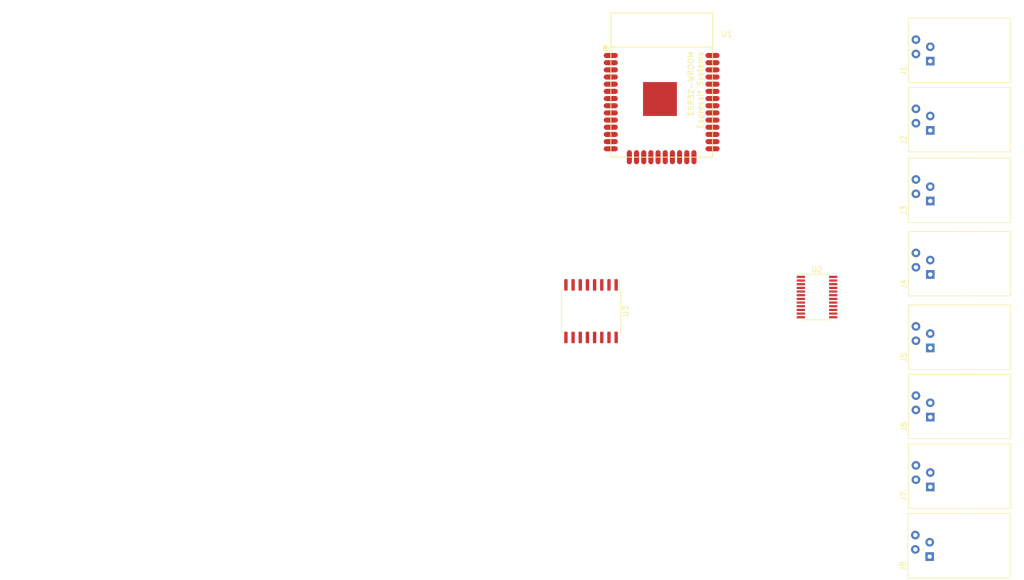
<source format=kicad_pcb>
(kicad_pcb (version 20171130) (host pcbnew 5.1.10)
  (layers (0 F.Cu signal) (31 B.Cu signal) (34 B.Paste user) (35 F.Paste user) (36 B.SilkS user) (37 F.SilkS user) (38 B.Mask user) (39 F.Mask user) (44 Edge.Cuts user))
  (net 0 "")
  (module 00_lib_fp:ESP32-WROOM (layer F.Cu) (at 215 62.5 180)
    (fp_text reference U1 (at -11.557 9.017) (layer F.SilkS))
    (fp_text value ESP32-WROOM)
    (fp_circle (center 9.906 6.604) (end 10.033 6.858) (layer F.SilkS) (width 0.5))
    (fp_line (start -9 6.75) (end 9 6.75) (layer F.SilkS) (width 0.15))
    (fp_line (start 9 12.75) (end 9 -12.75) (layer F.SilkS) (width 0.15))
    (fp_line (start -9 12.75) (end -9 -12.75) (layer F.SilkS) (width 0.15))
    (fp_line (start -9 -12.75) (end 9 -12.75) (layer F.SilkS) (width 0.15))
    (fp_line (start -9 12.75) (end 9 12.75) (layer F.SilkS) (width 0.15))
    (fp_text user "Espressif Systems" (at -6.858 -0.889 90) (layer F.SilkS))
    (fp_text user ESP32-WROOM (at -5.207 0.254 90) (layer F.SilkS))
    (pad 38 smd oval (at -9 5.25 180) (size 2.5 0.9) (layers F.Cu F.Paste F.Mask))
    (pad 37 smd oval (at -9 3.98 180) (size 2.5 0.9) (layers F.Cu F.Paste F.Mask))
    (pad 36 smd oval (at -9 2.71 180) (size 2.5 0.9) (layers F.Cu F.Paste F.Mask))
    (pad 35 smd oval (at -9 1.44 180) (size 2.5 0.9) (layers F.Cu F.Paste F.Mask))
    (pad 34 smd oval (at -9 0.17 180) (size 2.5 0.9) (layers F.Cu F.Paste F.Mask))
    (pad 33 smd oval (at -9 -1.1 180) (size 2.5 0.9) (layers F.Cu F.Paste F.Mask))
    (pad 32 smd oval (at -9 -2.37 180) (size 2.5 0.9) (layers F.Cu F.Paste F.Mask))
    (pad 31 smd oval (at -9 -3.64 180) (size 2.5 0.9) (layers F.Cu F.Paste F.Mask))
    (pad 30 smd oval (at -9 -4.91 180) (size 2.5 0.9) (layers F.Cu F.Paste F.Mask))
    (pad 29 smd oval (at -9 -6.18 180) (size 2.5 0.9) (layers F.Cu F.Paste F.Mask))
    (pad 28 smd oval (at -9 -7.45 180) (size 2.5 0.9) (layers F.Cu F.Paste F.Mask))
    (pad 27 smd oval (at -9 -8.72 180) (size 2.5 0.9) (layers F.Cu F.Paste F.Mask))
    (pad 26 smd oval (at -9 -9.99 180) (size 2.5 0.9) (layers F.Cu F.Paste F.Mask))
    (pad 25 smd oval (at -9 -11.26 180) (size 2.5 0.9) (layers F.Cu F.Paste F.Mask))
    (pad 24 smd oval (at -5.715 -12.75 180) (size 0.9 2.5) (layers F.Cu F.Paste F.Mask))
    (pad 23 smd oval (at -4.445 -12.75 180) (size 0.9 2.5) (layers F.Cu F.Paste F.Mask))
    (pad 22 smd oval (at -3.175 -12.75 180) (size 0.9 2.5) (layers F.Cu F.Paste F.Mask))
    (pad 21 smd oval (at -1.905 -12.75 180) (size 0.9 2.5) (layers F.Cu F.Paste F.Mask))
    (pad 20 smd oval (at -0.635 -12.75 180) (size 0.9 2.5) (layers F.Cu F.Paste F.Mask))
    (pad 19 smd oval (at 0.635 -12.75 180) (size 0.9 2.5) (layers F.Cu F.Paste F.Mask))
    (pad 18 smd oval (at 1.905 -12.75 180) (size 0.9 2.5) (layers F.Cu F.Paste F.Mask))
    (pad 17 smd oval (at 3.175 -12.75 180) (size 0.9 2.5) (layers F.Cu F.Paste F.Mask))
    (pad 16 smd oval (at 4.445 -12.75 180) (size 0.9 2.5) (layers F.Cu F.Paste F.Mask))
    (pad 15 smd oval (at 5.715 -12.75 180) (size 0.9 2.5) (layers F.Cu F.Paste F.Mask))
    (pad 14 smd oval (at 9 -11.26 180) (size 2.5 0.9) (layers F.Cu F.Paste F.Mask))
    (pad 13 smd oval (at 9 -9.99 180) (size 2.5 0.9) (layers F.Cu F.Paste F.Mask))
    (pad 12 smd oval (at 9 -8.72 180) (size 2.5 0.9) (layers F.Cu F.Paste F.Mask))
    (pad 11 smd oval (at 9 -7.45 180) (size 2.5 0.9) (layers F.Cu F.Paste F.Mask))
    (pad 10 smd oval (at 9 -6.18 180) (size 2.5 0.9) (layers F.Cu F.Paste F.Mask))
    (pad 9 smd oval (at 9 -4.91 180) (size 2.5 0.9) (layers F.Cu F.Paste F.Mask))
    (pad 8 smd oval (at 9 -3.64 180) (size 2.5 0.9) (layers F.Cu F.Paste F.Mask))
    (pad 7 smd oval (at 9 -2.37 180) (size 2.5 0.9) (layers F.Cu F.Paste F.Mask))
    (pad 6 smd oval (at 9 -1.1 180) (size 2.5 0.9) (layers F.Cu F.Paste F.Mask))
    (pad 5 smd oval (at 9 0.17 180) (size 2.5 0.9) (layers F.Cu F.Paste F.Mask))
    (pad 4 smd oval (at 9 1.44 180) (size 2.5 0.9) (layers F.Cu F.Paste F.Mask))
    (pad 3 smd oval (at 9 2.71 180) (size 2.5 0.9) (layers F.Cu F.Paste F.Mask))
    (pad 2 smd oval (at 9 3.98 180) (size 2.5 0.9) (layers F.Cu F.Paste F.Mask))
    (pad 1 smd oval (at 9 5.25 180) (size 2.5 0.9) (layers F.Cu F.Paste F.Mask))
    (pad 39 smd rect (at 0.3 -2.45 180) (size 6 6) (layers F.Cu F.Paste F.Mask))
  )
  (module 00_lib_fp:4P4C_narrow (layer F.Cu) (at 260 58.25 90)
    (fp_text reference J1 (at -1.67 -2.16 90) (layer F.SilkS))
    (fp_text value Connector_RJ10)
    (fp_line (start -3.8 16.77) (end -3.8 -1.33) (layer F.SilkS) (width 0.12))
    (fp_line (start 7.61 16.77) (end -3.81 16.77) (layer F.SilkS) (width 0.12))
    (fp_line (start 7.61 -1.33) (end 7.61 16.77) (layer F.SilkS) (width 0.12))
    (fp_line (start -3.8 -1.33) (end 7.61 -1.33) (layer F.SilkS) (width 0.12))
    (pad "" np_thru_hole circle (at 5.76 8.89 90) (size 3.25 3.25) (drill 3.25) (layers *.Cu *.Mask))
    (pad 4 thru_hole circle (at 3.81 0 90) (size 1.52 1.52) (drill 0.76) (layers *.Cu *.Mask))
    (pad 3 thru_hole circle (at 2.54 2.54 90) (size 1.52 1.52) (drill 0.76) (layers *.Cu *.Mask))
    (pad 2 thru_hole circle (at 1.27 0 90) (size 1.52 1.52) (drill 0.76) (layers *.Cu *.Mask))
    (pad "" np_thru_hole circle (at -1.86 8.89 90) (size 3.25 3.25) (drill 3.25) (layers *.Cu *.Mask))
    (pad 1 thru_hole rect (at 0 2.54 90) (size 1.52 1.52) (drill 0.76) (layers *.Cu *.Mask))
  )
  (module 00_lib_fp:4P4C_narrow (layer F.Cu) (at 260 70.5 90)
    (fp_text reference J2 (at -1.67 -2.16 90) (layer F.SilkS))
    (fp_text value Connector_RJ10)
    (fp_line (start -3.8 -1.33) (end 7.61 -1.33) (layer F.SilkS) (width 0.12))
    (fp_line (start 7.61 -1.33) (end 7.61 16.77) (layer F.SilkS) (width 0.12))
    (fp_line (start 7.61 16.77) (end -3.81 16.77) (layer F.SilkS) (width 0.12))
    (fp_line (start -3.8 16.77) (end -3.8 -1.33) (layer F.SilkS) (width 0.12))
    (pad 1 thru_hole rect (at 0 2.54 90) (size 1.52 1.52) (drill 0.76) (layers *.Cu *.Mask))
    (pad "" np_thru_hole circle (at -1.86 8.89 90) (size 3.25 3.25) (drill 3.25) (layers *.Cu *.Mask))
    (pad 2 thru_hole circle (at 1.27 0 90) (size 1.52 1.52) (drill 0.76) (layers *.Cu *.Mask))
    (pad 3 thru_hole circle (at 2.54 2.54 90) (size 1.52 1.52) (drill 0.76) (layers *.Cu *.Mask))
    (pad 4 thru_hole circle (at 3.81 0 90) (size 1.52 1.52) (drill 0.76) (layers *.Cu *.Mask))
    (pad "" np_thru_hole circle (at 5.76 8.89 90) (size 3.25 3.25) (drill 3.25) (layers *.Cu *.Mask))
  )
  (module 00_lib_fp:4P4C_narrow (layer F.Cu) (at 260 83 90)
    (fp_text reference J3 (at -1.67 -2.16 90) (layer F.SilkS))
    (fp_text value Connector_RJ10)
    (fp_line (start -3.8 16.77) (end -3.8 -1.33) (layer F.SilkS) (width 0.12))
    (fp_line (start 7.61 16.77) (end -3.81 16.77) (layer F.SilkS) (width 0.12))
    (fp_line (start 7.61 -1.33) (end 7.61 16.77) (layer F.SilkS) (width 0.12))
    (fp_line (start -3.8 -1.33) (end 7.61 -1.33) (layer F.SilkS) (width 0.12))
    (pad "" np_thru_hole circle (at 5.76 8.89 90) (size 3.25 3.25) (drill 3.25) (layers *.Cu *.Mask))
    (pad 4 thru_hole circle (at 3.81 0 90) (size 1.52 1.52) (drill 0.76) (layers *.Cu *.Mask))
    (pad 3 thru_hole circle (at 2.54 2.54 90) (size 1.52 1.52) (drill 0.76) (layers *.Cu *.Mask))
    (pad 2 thru_hole circle (at 1.27 0 90) (size 1.52 1.52) (drill 0.76) (layers *.Cu *.Mask))
    (pad "" np_thru_hole circle (at -1.86 8.89 90) (size 3.25 3.25) (drill 3.25) (layers *.Cu *.Mask))
    (pad 1 thru_hole rect (at 0 2.54 90) (size 1.52 1.52) (drill 0.76) (layers *.Cu *.Mask))
  )
  (module 00_lib_fp:4P4C_narrow (layer F.Cu) (at 260 96 90)
    (fp_text reference J4 (at -1.67 -2.16 90) (layer F.SilkS))
    (fp_text value Connector_RJ10)
    (fp_line (start -3.8 -1.33) (end 7.61 -1.33) (layer F.SilkS) (width 0.12))
    (fp_line (start 7.61 -1.33) (end 7.61 16.77) (layer F.SilkS) (width 0.12))
    (fp_line (start 7.61 16.77) (end -3.81 16.77) (layer F.SilkS) (width 0.12))
    (fp_line (start -3.8 16.77) (end -3.8 -1.33) (layer F.SilkS) (width 0.12))
    (pad 1 thru_hole rect (at 0 2.54 90) (size 1.52 1.52) (drill 0.76) (layers *.Cu *.Mask))
    (pad "" np_thru_hole circle (at -1.86 8.89 90) (size 3.25 3.25) (drill 3.25) (layers *.Cu *.Mask))
    (pad 2 thru_hole circle (at 1.27 0 90) (size 1.52 1.52) (drill 0.76) (layers *.Cu *.Mask))
    (pad 3 thru_hole circle (at 2.54 2.54 90) (size 1.52 1.52) (drill 0.76) (layers *.Cu *.Mask))
    (pad 4 thru_hole circle (at 3.81 0 90) (size 1.52 1.52) (drill 0.76) (layers *.Cu *.Mask))
    (pad "" np_thru_hole circle (at 5.76 8.89 90) (size 3.25 3.25) (drill 3.25) (layers *.Cu *.Mask))
  )
  (module 00_lib_fp:4P4C_narrow (layer F.Cu) (at 260 109 90)
    (fp_text reference J5 (at -1.67 -2.16 90) (layer F.SilkS))
    (fp_text value Connector_RJ10)
    (fp_line (start -3.8 16.77) (end -3.8 -1.33) (layer F.SilkS) (width 0.12))
    (fp_line (start 7.61 16.77) (end -3.81 16.77) (layer F.SilkS) (width 0.12))
    (fp_line (start 7.61 -1.33) (end 7.61 16.77) (layer F.SilkS) (width 0.12))
    (fp_line (start -3.8 -1.33) (end 7.61 -1.33) (layer F.SilkS) (width 0.12))
    (pad "" np_thru_hole circle (at 5.76 8.89 90) (size 3.25 3.25) (drill 3.25) (layers *.Cu *.Mask))
    (pad 4 thru_hole circle (at 3.81 0 90) (size 1.52 1.52) (drill 0.76) (layers *.Cu *.Mask))
    (pad 3 thru_hole circle (at 2.54 2.54 90) (size 1.52 1.52) (drill 0.76) (layers *.Cu *.Mask))
    (pad 2 thru_hole circle (at 1.27 0 90) (size 1.52 1.52) (drill 0.76) (layers *.Cu *.Mask))
    (pad "" np_thru_hole circle (at -1.86 8.89 90) (size 3.25 3.25) (drill 3.25) (layers *.Cu *.Mask))
    (pad 1 thru_hole rect (at 0 2.54 90) (size 1.52 1.52) (drill 0.76) (layers *.Cu *.Mask))
  )
  (module 00_lib_fp:4P4C_narrow (layer F.Cu) (at 260 121.25 90)
    (fp_text reference J6 (at -1.67 -2.16 90) (layer F.SilkS))
    (fp_text value Connector_RJ10)
    (fp_line (start -3.8 -1.33) (end 7.61 -1.33) (layer F.SilkS) (width 0.12))
    (fp_line (start 7.61 -1.33) (end 7.61 16.77) (layer F.SilkS) (width 0.12))
    (fp_line (start 7.61 16.77) (end -3.81 16.77) (layer F.SilkS) (width 0.12))
    (fp_line (start -3.8 16.77) (end -3.8 -1.33) (layer F.SilkS) (width 0.12))
    (pad 1 thru_hole rect (at 0 2.54 90) (size 1.52 1.52) (drill 0.76) (layers *.Cu *.Mask))
    (pad "" np_thru_hole circle (at -1.86 8.89 90) (size 3.25 3.25) (drill 3.25) (layers *.Cu *.Mask))
    (pad 2 thru_hole circle (at 1.27 0 90) (size 1.52 1.52) (drill 0.76) (layers *.Cu *.Mask))
    (pad 3 thru_hole circle (at 2.54 2.54 90) (size 1.52 1.52) (drill 0.76) (layers *.Cu *.Mask))
    (pad 4 thru_hole circle (at 3.81 0 90) (size 1.52 1.52) (drill 0.76) (layers *.Cu *.Mask))
    (pad "" np_thru_hole circle (at 5.76 8.89 90) (size 3.25 3.25) (drill 3.25) (layers *.Cu *.Mask))
  )
  (module 00_lib_fp:4P4C_narrow (layer F.Cu) (at 260 133.6 90)
    (fp_text reference J7 (at -1.67 -2.16 90) (layer F.SilkS))
    (fp_text value Connector_RJ10)
    (fp_line (start -3.8 16.77) (end -3.8 -1.33) (layer F.SilkS) (width 0.12))
    (fp_line (start 7.61 16.77) (end -3.81 16.77) (layer F.SilkS) (width 0.12))
    (fp_line (start 7.61 -1.33) (end 7.61 16.77) (layer F.SilkS) (width 0.12))
    (fp_line (start -3.8 -1.33) (end 7.61 -1.33) (layer F.SilkS) (width 0.12))
    (pad "" np_thru_hole circle (at 5.76 8.89 90) (size 3.25 3.25) (drill 3.25) (layers *.Cu *.Mask))
    (pad 4 thru_hole circle (at 3.81 0 90) (size 1.52 1.52) (drill 0.76) (layers *.Cu *.Mask))
    (pad 3 thru_hole circle (at 2.54 2.54 90) (size 1.52 1.52) (drill 0.76) (layers *.Cu *.Mask))
    (pad 2 thru_hole circle (at 1.27 0 90) (size 1.52 1.52) (drill 0.76) (layers *.Cu *.Mask))
    (pad "" np_thru_hole circle (at -1.86 8.89 90) (size 3.25 3.25) (drill 3.25) (layers *.Cu *.Mask))
    (pad 1 thru_hole rect (at 0 2.54 90) (size 1.52 1.52) (drill 0.76) (layers *.Cu *.Mask))
  )
  (module 00_lib_fp:4P4C_narrow (layer F.Cu) (at 259.898 145.932 90)
    (fp_text reference J8 (at -1.67 -2.16 90) (layer F.SilkS))
    (fp_text value Connector_RJ10)
    (fp_line (start -3.8 -1.33) (end 7.61 -1.33) (layer F.SilkS) (width 0.12))
    (fp_line (start 7.61 -1.33) (end 7.61 16.77) (layer F.SilkS) (width 0.12))
    (fp_line (start 7.61 16.77) (end -3.81 16.77) (layer F.SilkS) (width 0.12))
    (fp_line (start -3.8 16.77) (end -3.8 -1.33) (layer F.SilkS) (width 0.12))
    (pad 1 thru_hole rect (at 0 2.54 90) (size 1.52 1.52) (drill 0.76) (layers *.Cu *.Mask))
    (pad "" np_thru_hole circle (at -1.86 8.89 90) (size 3.25 3.25) (drill 3.25) (layers *.Cu *.Mask))
    (pad 2 thru_hole circle (at 1.27 0 90) (size 1.52 1.52) (drill 0.76) (layers *.Cu *.Mask))
    (pad 3 thru_hole circle (at 2.54 2.54 90) (size 1.52 1.52) (drill 0.76) (layers *.Cu *.Mask))
    (pad 4 thru_hole circle (at 3.81 0 90) (size 1.52 1.52) (drill 0.76) (layers *.Cu *.Mask))
    (pad "" np_thru_hole circle (at 5.76 8.89 90) (size 3.25 3.25) (drill 3.25) (layers *.Cu *.Mask))
  )
  (module 00_lib_fp:TSSOP-24_4.4x7.8mm_P0.65mm (layer F.Cu) (at 242.5 100)
    (fp_text reference U2 (at 0 -4.85) (layer F.SilkS))
    (fp_text value TCA9548APWR)
    (fp_line (start 0 4.035) (end 2.2 4.035) (layer F.SilkS) (width 0.12))
    (fp_line (start 0 4.035) (end -2.2 4.035) (layer F.SilkS) (width 0.12))
    (fp_line (start 0 -4.035) (end 2.2 -4.035) (layer F.SilkS) (width 0.12))
    (fp_line (start 0 -4.035) (end -3.6 -4.035) (layer F.SilkS) (width 0.12))
    (pad 1 smd roundrect (at -2.8625 -3.575) (size 1.475 0.4) (layers F.Cu F.Paste F.Mask))
    (pad 2 smd roundrect (at -2.8625 -2.925) (size 1.475 0.4) (layers F.Cu F.Paste F.Mask))
    (pad 3 smd roundrect (at -2.8625 -2.275) (size 1.475 0.4) (layers F.Cu F.Paste F.Mask))
    (pad 4 smd roundrect (at -2.8625 -1.625) (size 1.475 0.4) (layers F.Cu F.Paste F.Mask))
    (pad 5 smd roundrect (at -2.8625 -0.975) (size 1.475 0.4) (layers F.Cu F.Paste F.Mask))
    (pad 6 smd roundrect (at -2.8625 -0.325) (size 1.475 0.4) (layers F.Cu F.Paste F.Mask))
    (pad 7 smd roundrect (at -2.8625 0.325) (size 1.475 0.4) (layers F.Cu F.Paste F.Mask))
    (pad 8 smd roundrect (at -2.8625 0.975) (size 1.475 0.4) (layers F.Cu F.Paste F.Mask))
    (pad 9 smd roundrect (at -2.8625 1.625) (size 1.475 0.4) (layers F.Cu F.Paste F.Mask))
    (pad 10 smd roundrect (at -2.8625 2.275) (size 1.475 0.4) (layers F.Cu F.Paste F.Mask))
    (pad 11 smd roundrect (at -2.8625 2.925) (size 1.475 0.4) (layers F.Cu F.Paste F.Mask))
    (pad 12 smd roundrect (at -2.8625 3.575) (size 1.475 0.4) (layers F.Cu F.Paste F.Mask))
    (pad 13 smd roundrect (at 2.8625 3.575) (size 1.475 0.4) (layers F.Cu F.Paste F.Mask))
    (pad 14 smd roundrect (at 2.8625 2.925) (size 1.475 0.4) (layers F.Cu F.Paste F.Mask))
    (pad 15 smd roundrect (at 2.8625 2.275) (size 1.475 0.4) (layers F.Cu F.Paste F.Mask))
    (pad 16 smd roundrect (at 2.8625 1.625) (size 1.475 0.4) (layers F.Cu F.Paste F.Mask))
    (pad 17 smd roundrect (at 2.8625 0.975) (size 1.475 0.4) (layers F.Cu F.Paste F.Mask))
    (pad 18 smd roundrect (at 2.8625 0.325) (size 1.475 0.4) (layers F.Cu F.Paste F.Mask))
    (pad 19 smd roundrect (at 2.8625 -0.325) (size 1.475 0.4) (layers F.Cu F.Paste F.Mask))
    (pad 20 smd roundrect (at 2.8625 -0.975) (size 1.475 0.4) (layers F.Cu F.Paste F.Mask))
    (pad 21 smd roundrect (at 2.8625 -1.625) (size 1.475 0.4) (layers F.Cu F.Paste F.Mask))
    (pad 22 smd roundrect (at 2.8625 -2.275) (size 1.475 0.4) (layers F.Cu F.Paste F.Mask))
    (pad 23 smd roundrect (at 2.8625 -2.925) (size 1.475 0.4) (layers F.Cu F.Paste F.Mask))
    (pad 24 smd roundrect (at 2.8625 -3.575) (size 1.475 0.4) (layers F.Cu F.Paste F.Mask))
  )
  (module 00_lib_fp:SOIC-16W_7.5x10.3mm_P1.27mm (layer F.Cu) (at 202.5 102.5 270)
    (fp_text reference U3 (at 0 -6.1 90) (layer F.SilkS))
    (fp_text value PCF8574)
    (fp_line (start 0 5.26) (end 3.86 5.26) (layer F.SilkS) (width 0.12))
    (fp_line (start 3.86 5.26) (end 3.86 5.005) (layer F.SilkS) (width 0.12))
    (fp_line (start 0 5.26) (end -3.86 5.26) (layer F.SilkS) (width 0.12))
    (fp_line (start -3.86 5.26) (end -3.86 5.005) (layer F.SilkS) (width 0.12))
    (fp_line (start 0 -5.26) (end 3.86 -5.26) (layer F.SilkS) (width 0.12))
    (fp_line (start 3.86 -5.26) (end 3.86 -5.005) (layer F.SilkS) (width 0.12))
    (fp_line (start 0 -5.26) (end -3.86 -5.26) (layer F.SilkS) (width 0.12))
    (fp_line (start -3.86 -5.26) (end -3.86 -5.005) (layer F.SilkS) (width 0.12))
    (fp_line (start -3.86 -5.005) (end -5.675 -5.005) (layer F.SilkS) (width 0.12))
    (pad 1 smd roundrect (at -4.65 -4.445 270) (size 2.05 0.6) (layers F.Cu F.Paste F.Mask))
    (pad 2 smd roundrect (at -4.65 -3.175 270) (size 2.05 0.6) (layers F.Cu F.Paste F.Mask))
    (pad 3 smd roundrect (at -4.65 -1.905 270) (size 2.05 0.6) (layers F.Cu F.Paste F.Mask))
    (pad 4 smd roundrect (at -4.65 -0.635 270) (size 2.05 0.6) (layers F.Cu F.Paste F.Mask))
    (pad 5 smd roundrect (at -4.65 0.635 270) (size 2.05 0.6) (layers F.Cu F.Paste F.Mask))
    (pad 6 smd roundrect (at -4.65 1.905 270) (size 2.05 0.6) (layers F.Cu F.Paste F.Mask))
    (pad 7 smd roundrect (at -4.65 3.175 270) (size 2.05 0.6) (layers F.Cu F.Paste F.Mask))
    (pad 8 smd roundrect (at -4.65 4.445 270) (size 2.05 0.6) (layers F.Cu F.Paste F.Mask))
    (pad 9 smd roundrect (at 4.65 4.445 270) (size 2.05 0.6) (layers F.Cu F.Paste F.Mask))
    (pad 10 smd roundrect (at 4.65 3.175 270) (size 2.05 0.6) (layers F.Cu F.Paste F.Mask))
    (pad 11 smd roundrect (at 4.65 1.905 270) (size 2.05 0.6) (layers F.Cu F.Paste F.Mask))
    (pad 12 smd roundrect (at 4.65 0.635 270) (size 2.05 0.6) (layers F.Cu F.Paste F.Mask))
    (pad 13 smd roundrect (at 4.65 -0.635 270) (size 2.05 0.6) (layers F.Cu F.Paste F.Mask))
    (pad 14 smd roundrect (at 4.65 -1.905 270) (size 2.05 0.6) (layers F.Cu F.Paste F.Mask))
    (pad 15 smd roundrect (at 4.65 -3.175 270) (size 2.05 0.6) (layers F.Cu F.Paste F.Mask))
    (pad 16 smd roundrect (at 4.65 -4.445 270) (size 2.05 0.6) (layers F.Cu F.Paste F.Mask))
  )
)
</source>
